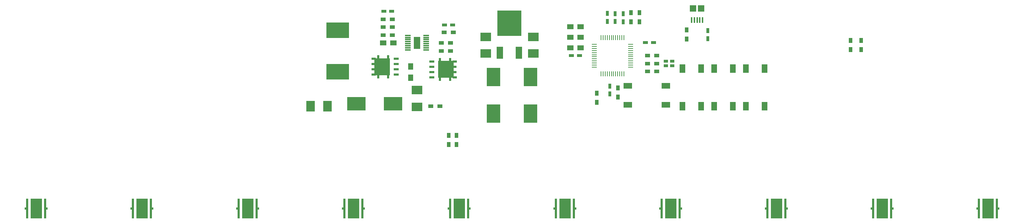
<source format=gtp>
G04 #@! TF.FileFunction,Paste,Top*
%FSLAX45Y45*%
G04 Gerber Fmt 4.5, Leading zero omitted, Abs format (unit mm)*
G04 Created by KiCad (PCBNEW 4.0.1-stable) date 3/8/2016 22:23:00*
%MOMM*%
G01*
G04 APERTURE LIST*
%ADD10C,0.254000*%
%ADD11R,0.750000X1.200000*%
%ADD12R,2.500000X2.000000*%
%ADD13R,1.200000X0.750000*%
%ADD14R,1.500000X1.250000*%
%ADD15R,2.000000X2.500000*%
%ADD16R,3.299460X4.500880*%
%ADD17R,3.299460X4.498340*%
%ADD18R,1.000000X0.800000*%
%ADD19R,4.500880X3.299460*%
%ADD20R,4.498340X3.299460*%
%ADD21R,0.500000X4.800000*%
%ADD22R,2.782000X4.800000*%
%ADD23R,0.450000X0.500000*%
%ADD24R,0.400000X1.350000*%
%ADD25R,1.550000X1.500000*%
%ADD26R,5.500000X3.850000*%
%ADD27R,1.270000X0.610000*%
%ADD28R,1.020000X0.610000*%
%ADD29R,0.600000X1.270000*%
%ADD30R,3.810000X4.100000*%
%ADD31R,0.900000X1.200000*%
%ADD32R,1.200000X0.900000*%
%ADD33R,1.300000X1.500000*%
%ADD34R,2.100000X1.380000*%
%ADD35R,1.380000X2.100000*%
%ADD36R,1.400000X0.300000*%
%ADD37R,1.650000X2.850000*%
%ADD38R,1.300000X0.250000*%
%ADD39R,0.250000X1.300000*%
%ADD40R,1.600000X3.000000*%
%ADD41R,5.800000X6.200000*%
G04 APERTURE END LIST*
D10*
D11*
X18669000Y-6128000D03*
X18669000Y-6318000D03*
D12*
X13335000Y-6677000D03*
X13335000Y-6277000D03*
X14478000Y-6677000D03*
X14478000Y-6277000D03*
D11*
X16446500Y-5905500D03*
X16446500Y-5715500D03*
D13*
X15589000Y-6731000D03*
X15399000Y-6731000D03*
D11*
X16256000Y-5905000D03*
X16256000Y-5715000D03*
D14*
X15619000Y-6540500D03*
X15369000Y-6540500D03*
D15*
X9134500Y-7950200D03*
X9534500Y-7950200D03*
D13*
X17177000Y-6413500D03*
X17367000Y-6413500D03*
D11*
X16319500Y-7461500D03*
X16319500Y-7651500D03*
D13*
X11080500Y-5664200D03*
X10890500Y-5664200D03*
D14*
X15369000Y-6032500D03*
X15619000Y-6032500D03*
D11*
X16637000Y-5911600D03*
X16637000Y-5721600D03*
D13*
X12541000Y-5994400D03*
X12351000Y-5994400D03*
D14*
X11123200Y-6426200D03*
X10873200Y-6426200D03*
D12*
X11684000Y-7959700D03*
X11684000Y-7559700D03*
D16*
X13525500Y-7243572D03*
D17*
X13525500Y-8123428D03*
D16*
X14414500Y-7243572D03*
D17*
X14414500Y-8123428D03*
D18*
X17666900Y-6976500D03*
X17666900Y-6866500D03*
X17816900Y-6866500D03*
X17816900Y-6976500D03*
D19*
X11107928Y-7886700D03*
D20*
X10228072Y-7886700D03*
D21*
X2755000Y-10414000D03*
X2325000Y-10414000D03*
D22*
X2540000Y-10414000D03*
D23*
X2800000Y-10414000D03*
X2280000Y-10414000D03*
D21*
X5295000Y-10414000D03*
X4865000Y-10414000D03*
D22*
X5080000Y-10414000D03*
D23*
X5340000Y-10414000D03*
X4820000Y-10414000D03*
D21*
X7835000Y-10414000D03*
X7405000Y-10414000D03*
D22*
X7620000Y-10414000D03*
D23*
X7880000Y-10414000D03*
X7360000Y-10414000D03*
D21*
X10375000Y-10414000D03*
X9945000Y-10414000D03*
D22*
X10160000Y-10414000D03*
D23*
X10420000Y-10414000D03*
X9900000Y-10414000D03*
D21*
X12915000Y-10414000D03*
X12485000Y-10414000D03*
D22*
X12700000Y-10414000D03*
D23*
X12960000Y-10414000D03*
X12440000Y-10414000D03*
D21*
X15455000Y-10414000D03*
X15025000Y-10414000D03*
D22*
X15240000Y-10414000D03*
D23*
X15500000Y-10414000D03*
X14980000Y-10414000D03*
D21*
X17995000Y-10414000D03*
X17565000Y-10414000D03*
D22*
X17780000Y-10414000D03*
D23*
X18040000Y-10414000D03*
X17520000Y-10414000D03*
D21*
X20535000Y-10414000D03*
X20105000Y-10414000D03*
D22*
X20320000Y-10414000D03*
D23*
X20580000Y-10414000D03*
X20060000Y-10414000D03*
D21*
X23075000Y-10414000D03*
X22645000Y-10414000D03*
D22*
X22860000Y-10414000D03*
D23*
X23120000Y-10414000D03*
X22600000Y-10414000D03*
D21*
X25615000Y-10414000D03*
X25185000Y-10414000D03*
D22*
X25400000Y-10414000D03*
D23*
X25660000Y-10414000D03*
X25140000Y-10414000D03*
D14*
X15619000Y-6286500D03*
X15369000Y-6286500D03*
D24*
X18545090Y-5871254D03*
X18480090Y-5871254D03*
X18415090Y-5871254D03*
X18350090Y-5871254D03*
X18285090Y-5871254D03*
D25*
X18515000Y-5590000D03*
X18315000Y-5590000D03*
D26*
X9779000Y-6119200D03*
X9779000Y-7114200D03*
D27*
X11189000Y-7188200D03*
X11189000Y-7061200D03*
X11189000Y-6934200D03*
X11189000Y-6807200D03*
D28*
X10642500Y-7188200D03*
D27*
X10655000Y-7061200D03*
X10655000Y-6934200D03*
D28*
X10642500Y-6807200D03*
D29*
X10753000Y-7214700D03*
X10995500Y-7214700D03*
X10753000Y-6780700D03*
X10995500Y-6780700D03*
D30*
X10853000Y-6997700D03*
D27*
X12046500Y-6870700D03*
X12046500Y-6997700D03*
X12046500Y-7124700D03*
X12046500Y-7251700D03*
D28*
X12593000Y-6870700D03*
D27*
X12580500Y-6997700D03*
X12580500Y-7124700D03*
D28*
X12593000Y-7251700D03*
D29*
X12482500Y-6844200D03*
X12240000Y-6844200D03*
X12482500Y-7278200D03*
X12240000Y-7278200D03*
D30*
X12382500Y-7061200D03*
D31*
X22098000Y-6587000D03*
X22098000Y-6367000D03*
X22352000Y-6367000D03*
X22352000Y-6587000D03*
X18161000Y-6333000D03*
X18161000Y-6113000D03*
X16002000Y-7637000D03*
X16002000Y-7857000D03*
X16510000Y-7730000D03*
X16510000Y-7510000D03*
D32*
X11095500Y-6045200D03*
X10875500Y-6045200D03*
X10875500Y-6235700D03*
X11095500Y-6235700D03*
D31*
X12446000Y-8653000D03*
X12446000Y-8873000D03*
D32*
X11095500Y-5854700D03*
X10875500Y-5854700D03*
D31*
X16827500Y-5913900D03*
X16827500Y-5693900D03*
D32*
X12336000Y-6172200D03*
X12556000Y-6172200D03*
D31*
X17030700Y-5913900D03*
X17030700Y-5693900D03*
D32*
X17225500Y-7112000D03*
X17445500Y-7112000D03*
X17445500Y-6921500D03*
X17225500Y-6921500D03*
X17445500Y-6731000D03*
X17225500Y-6731000D03*
D33*
X11531600Y-6989700D03*
X11531600Y-7259700D03*
D32*
X12238500Y-7950200D03*
X12018500Y-7950200D03*
X12272500Y-6426200D03*
X12492500Y-6426200D03*
X12272500Y-6616700D03*
X12492500Y-6616700D03*
D31*
X12636500Y-8653000D03*
X12636500Y-8873000D03*
D34*
X17663500Y-7908500D03*
X16753500Y-7908500D03*
X17663500Y-7458500D03*
X16753500Y-7458500D03*
D35*
X18063000Y-7948000D03*
X18063000Y-7038000D03*
X18513000Y-7948000D03*
X18513000Y-7038000D03*
X18825000Y-7948000D03*
X18825000Y-7038000D03*
X19275000Y-7948000D03*
X19275000Y-7038000D03*
X19587000Y-7948000D03*
X19587000Y-7038000D03*
X20037000Y-7948000D03*
X20037000Y-7038000D03*
D36*
X11904000Y-6591200D03*
X11904000Y-6541200D03*
X11904000Y-6491200D03*
X11904000Y-6441200D03*
X11904000Y-6391200D03*
X11464000Y-6391200D03*
X11464000Y-6441200D03*
X11464000Y-6491200D03*
X11464000Y-6541200D03*
X11464000Y-6591200D03*
X11904000Y-6341200D03*
X11904000Y-6291200D03*
X11904000Y-6241200D03*
X11464000Y-6341200D03*
X11464000Y-6291200D03*
X11464000Y-6241200D03*
D37*
X11684000Y-6426200D03*
D38*
X15948000Y-6456000D03*
X15948000Y-6506000D03*
X15948000Y-6556000D03*
X15948000Y-6606000D03*
X15948000Y-6656000D03*
X15948000Y-6706000D03*
X15948000Y-6756000D03*
X15948000Y-6806000D03*
X15948000Y-6856000D03*
X15948000Y-6906000D03*
X15948000Y-6956000D03*
X15948000Y-7006000D03*
D39*
X16108000Y-7166000D03*
X16158000Y-7166000D03*
X16208000Y-7166000D03*
X16258000Y-7166000D03*
X16308000Y-7166000D03*
X16358000Y-7166000D03*
X16408000Y-7166000D03*
X16458000Y-7166000D03*
X16508000Y-7166000D03*
X16558000Y-7166000D03*
X16608000Y-7166000D03*
X16658000Y-7166000D03*
D38*
X16818000Y-7006000D03*
X16818000Y-6956000D03*
X16818000Y-6906000D03*
X16818000Y-6856000D03*
X16818000Y-6806000D03*
X16818000Y-6756000D03*
X16818000Y-6706000D03*
X16818000Y-6656000D03*
X16818000Y-6606000D03*
X16818000Y-6556000D03*
X16818000Y-6506000D03*
X16818000Y-6456000D03*
D39*
X16658000Y-6296000D03*
X16608000Y-6296000D03*
X16558000Y-6296000D03*
X16508000Y-6296000D03*
X16458000Y-6296000D03*
X16408000Y-6296000D03*
X16358000Y-6296000D03*
X16308000Y-6296000D03*
X16258000Y-6296000D03*
X16208000Y-6296000D03*
X16158000Y-6296000D03*
X16108000Y-6296000D03*
D40*
X13677900Y-6662000D03*
D41*
X13906500Y-5944000D03*
D40*
X14135100Y-6662000D03*
M02*

</source>
